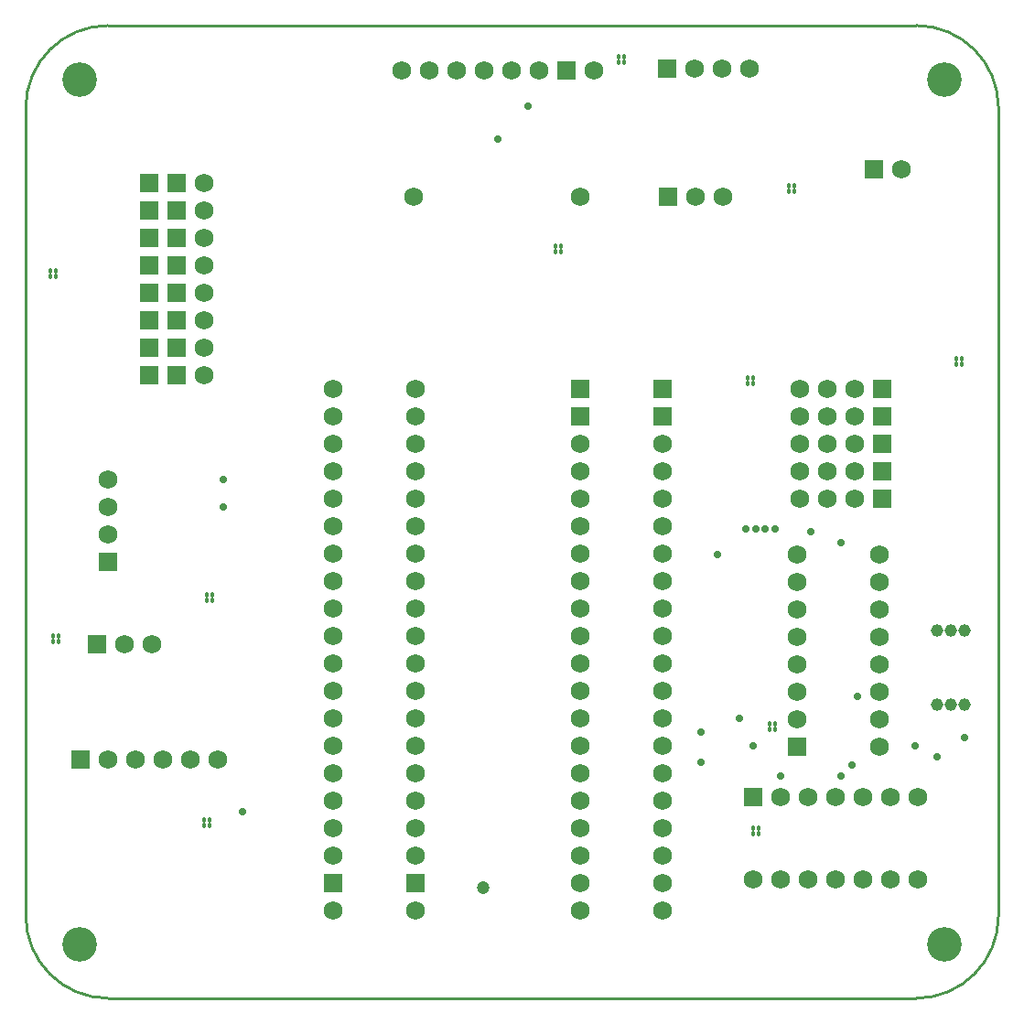
<source format=gbs>
G04*
G04 #@! TF.GenerationSoftware,Altium Limited,Altium Designer,24.0.1 (36)*
G04*
G04 Layer_Color=16711935*
%FSLAX25Y25*%
%MOIN*%
G70*
G04*
G04 #@! TF.SameCoordinates,67FC8AF9-9308-4AD8-ABDD-2333FC6696B3*
G04*
G04*
G04 #@! TF.FilePolarity,Negative*
G04*
G01*
G75*
%ADD10C,0.01000*%
%ADD13C,0.06800*%
%ADD14R,0.06800X0.06800*%
%ADD15R,0.06800X0.06800*%
%ADD16C,0.04600*%
%ADD17C,0.12611*%
%ADD18C,0.02769*%
%ADD19C,0.01800*%
%ADD20C,0.04737*%
D10*
X472441Y442441D02*
G03*
X442441Y472441I-30000J0D01*
G01*
Y118110D02*
G03*
X472441Y148110I0J30000D01*
G01*
X148110Y472441D02*
G03*
X118110Y442441I0J-30000D01*
G01*
Y148110D02*
G03*
X148110Y118110I30000J0D01*
G01*
X442441D01*
X148110Y472441D02*
X442441D01*
X472441Y148110D02*
Y442441D01*
X118110Y148110D02*
Y442441D01*
D13*
X188000Y205000D02*
D03*
X178000D02*
D03*
X168000D02*
D03*
X158000D02*
D03*
X148000D02*
D03*
X362000Y410000D02*
D03*
X372000D02*
D03*
X154000Y247000D02*
D03*
X164000D02*
D03*
X183000Y415000D02*
D03*
Y375000D02*
D03*
Y405000D02*
D03*
Y365000D02*
D03*
Y355000D02*
D03*
Y395000D02*
D03*
Y345000D02*
D03*
Y385000D02*
D03*
X443071Y161417D02*
D03*
X433071D02*
D03*
X423071D02*
D03*
X413071D02*
D03*
X403071D02*
D03*
X443071Y191417D02*
D03*
X433071D02*
D03*
X423071D02*
D03*
X413071D02*
D03*
X403071D02*
D03*
X393071D02*
D03*
X383071Y161417D02*
D03*
X393071D02*
D03*
X429134Y279842D02*
D03*
Y269843D02*
D03*
Y249843D02*
D03*
Y239843D02*
D03*
Y229842D02*
D03*
X399134Y219843D02*
D03*
Y279842D02*
D03*
Y269843D02*
D03*
Y259842D02*
D03*
Y249843D02*
D03*
Y239843D02*
D03*
Y229842D02*
D03*
X429134Y209842D02*
D03*
Y219843D02*
D03*
Y259842D02*
D03*
X350000Y210000D02*
D03*
Y220000D02*
D03*
Y250000D02*
D03*
Y230000D02*
D03*
Y240000D02*
D03*
Y260000D02*
D03*
Y270000D02*
D03*
Y280000D02*
D03*
Y290000D02*
D03*
Y300000D02*
D03*
Y310000D02*
D03*
Y320000D02*
D03*
Y200000D02*
D03*
Y190000D02*
D03*
Y180000D02*
D03*
Y170000D02*
D03*
Y160000D02*
D03*
Y150000D02*
D03*
X230000D02*
D03*
Y170000D02*
D03*
Y180000D02*
D03*
Y190000D02*
D03*
Y200000D02*
D03*
Y330000D02*
D03*
Y340000D02*
D03*
Y320000D02*
D03*
Y310000D02*
D03*
Y300000D02*
D03*
Y290000D02*
D03*
Y280000D02*
D03*
Y270000D02*
D03*
Y260000D02*
D03*
Y240000D02*
D03*
Y230000D02*
D03*
Y250000D02*
D03*
Y220000D02*
D03*
Y210000D02*
D03*
X260000Y340000D02*
D03*
Y330000D02*
D03*
Y320000D02*
D03*
Y310000D02*
D03*
Y300000D02*
D03*
Y290000D02*
D03*
X320000Y150000D02*
D03*
Y160000D02*
D03*
Y170000D02*
D03*
Y180000D02*
D03*
Y220000D02*
D03*
Y230000D02*
D03*
Y240000D02*
D03*
Y250000D02*
D03*
Y270000D02*
D03*
Y280000D02*
D03*
Y290000D02*
D03*
Y310000D02*
D03*
X260000Y150000D02*
D03*
Y170000D02*
D03*
Y180000D02*
D03*
Y190000D02*
D03*
Y200000D02*
D03*
Y210000D02*
D03*
Y260000D02*
D03*
Y270000D02*
D03*
Y280000D02*
D03*
Y250000D02*
D03*
Y230000D02*
D03*
Y220000D02*
D03*
Y240000D02*
D03*
X320000Y320000D02*
D03*
Y300000D02*
D03*
Y260000D02*
D03*
Y210000D02*
D03*
Y200000D02*
D03*
Y190000D02*
D03*
X410000Y340000D02*
D03*
X400000D02*
D03*
X420000D02*
D03*
X410000Y320000D02*
D03*
X400000D02*
D03*
X420000D02*
D03*
Y330000D02*
D03*
X400000D02*
D03*
X410000D02*
D03*
X420000Y300000D02*
D03*
X400000D02*
D03*
X410000D02*
D03*
X420000Y310000D02*
D03*
X400000D02*
D03*
X410000D02*
D03*
X148000Y287000D02*
D03*
Y307000D02*
D03*
Y297000D02*
D03*
X437000Y420000D02*
D03*
X371890Y456693D02*
D03*
X381890D02*
D03*
X361890D02*
D03*
X259500Y410000D02*
D03*
X320000D02*
D03*
X325000Y456000D02*
D03*
X265000D02*
D03*
X255000D02*
D03*
X275000D02*
D03*
X285000D02*
D03*
X295000D02*
D03*
X305000D02*
D03*
D14*
X138000Y205000D02*
D03*
X352000Y410000D02*
D03*
X144000Y247000D02*
D03*
X163000Y415000D02*
D03*
X173000D02*
D03*
Y375000D02*
D03*
X163000D02*
D03*
X173000Y405000D02*
D03*
X163000D02*
D03*
Y365000D02*
D03*
X173000D02*
D03*
Y355000D02*
D03*
X163000D02*
D03*
Y395000D02*
D03*
X173000D02*
D03*
X163000Y345000D02*
D03*
X173000D02*
D03*
X163000Y385000D02*
D03*
X173000D02*
D03*
X399134Y209842D02*
D03*
X350000Y340000D02*
D03*
Y330000D02*
D03*
X230000Y160000D02*
D03*
X260000D02*
D03*
X320000Y340000D02*
D03*
Y330000D02*
D03*
X430000Y340000D02*
D03*
Y320000D02*
D03*
Y330000D02*
D03*
Y300000D02*
D03*
Y310000D02*
D03*
X427000Y420000D02*
D03*
X351890Y456693D02*
D03*
X315000Y456000D02*
D03*
D15*
X383071Y191417D02*
D03*
X148000Y277000D02*
D03*
D16*
X454999Y252000D02*
D03*
X450000Y252000D02*
D03*
X460000D02*
D03*
Y225000D02*
D03*
X450000D02*
D03*
X454999Y225000D02*
D03*
D17*
X137795Y452756D02*
D03*
Y137795D02*
D03*
X452756D02*
D03*
Y452756D02*
D03*
D18*
X190000Y307000D02*
D03*
Y297000D02*
D03*
X301000Y443000D02*
D03*
X290000Y431000D02*
D03*
X197000Y186000D02*
D03*
X370158Y279842D02*
D03*
X364000Y215000D02*
D03*
Y204000D02*
D03*
X383000Y210000D02*
D03*
X421000Y228000D02*
D03*
X393000Y199000D02*
D03*
X460000Y213000D02*
D03*
X415000Y199000D02*
D03*
X378000Y220000D02*
D03*
X415000Y284000D02*
D03*
X419000Y203000D02*
D03*
X450000Y206000D02*
D03*
X442000Y210000D02*
D03*
X380500Y289000D02*
D03*
X387500D02*
D03*
X384000D02*
D03*
X391000D02*
D03*
X404000Y288000D02*
D03*
D19*
X313000Y392000D02*
D03*
Y390000D02*
D03*
X311000Y392000D02*
D03*
Y390000D02*
D03*
X457000Y351000D02*
D03*
X459000D02*
D03*
Y349000D02*
D03*
X457000D02*
D03*
X381000Y344000D02*
D03*
X383000D02*
D03*
Y342000D02*
D03*
X381000D02*
D03*
X334000Y461000D02*
D03*
X336000D02*
D03*
Y459000D02*
D03*
X334000D02*
D03*
X127000Y383000D02*
D03*
X129000D02*
D03*
Y381000D02*
D03*
X127000D02*
D03*
X184000Y265000D02*
D03*
X186000D02*
D03*
Y263000D02*
D03*
X184000D02*
D03*
X128000Y250000D02*
D03*
X130000D02*
D03*
Y248000D02*
D03*
X128000D02*
D03*
X183000Y183000D02*
D03*
X185000D02*
D03*
Y181000D02*
D03*
X183000D02*
D03*
X383000Y180000D02*
D03*
X385000D02*
D03*
Y178000D02*
D03*
X383000D02*
D03*
X389000Y218000D02*
D03*
X391000D02*
D03*
Y216000D02*
D03*
X389000D02*
D03*
X396000Y412000D02*
D03*
X398000D02*
D03*
Y414000D02*
D03*
X396000D02*
D03*
D20*
X284743Y158257D02*
D03*
M02*

</source>
